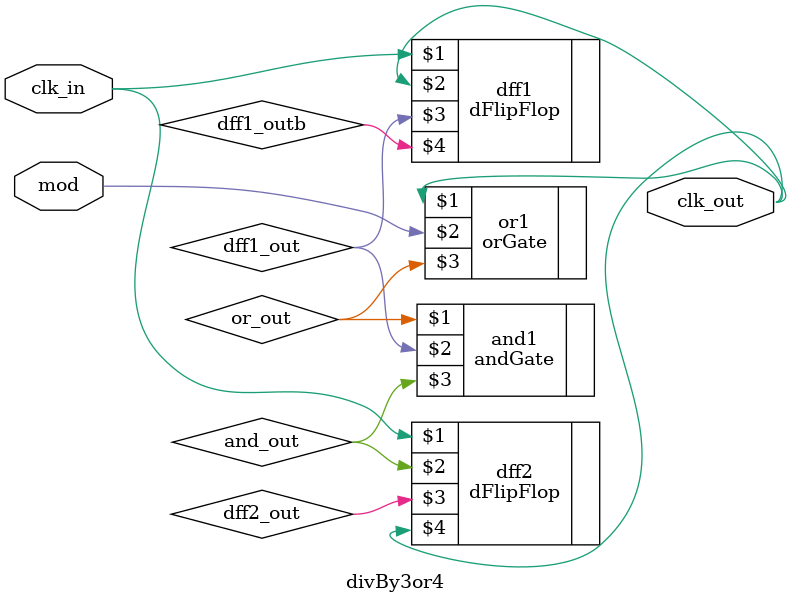
<source format=v>
`include "../buildingBlocks/d_flipflop.v"
`include "../buildingBlocks/and_gate.v"
`include "../buildingBlocks/or_gate.v" 

module divBy3or4(clk_in,mod,clk_out);
input clk_in;
input mod; 
output clk_out; 

wire or_out;
wire and_out; 
wire dff1_out, dff1_outb; 
wire dff2_out; 

//dff (clk, D, Q, Qb)
//and (in1, in2, out)
//or (in1, in2, out)
dFlipFlop dff1(clk_in,clk_out,dff1_out,dff1_outb);
orGate or1(clk_out,mod,or_out); 
andGate and1(or_out,dff1_out,and_out); 
dFlipFlop dff2(clk_in,and_out,dff2_out,clk_out);
endmodule



</source>
